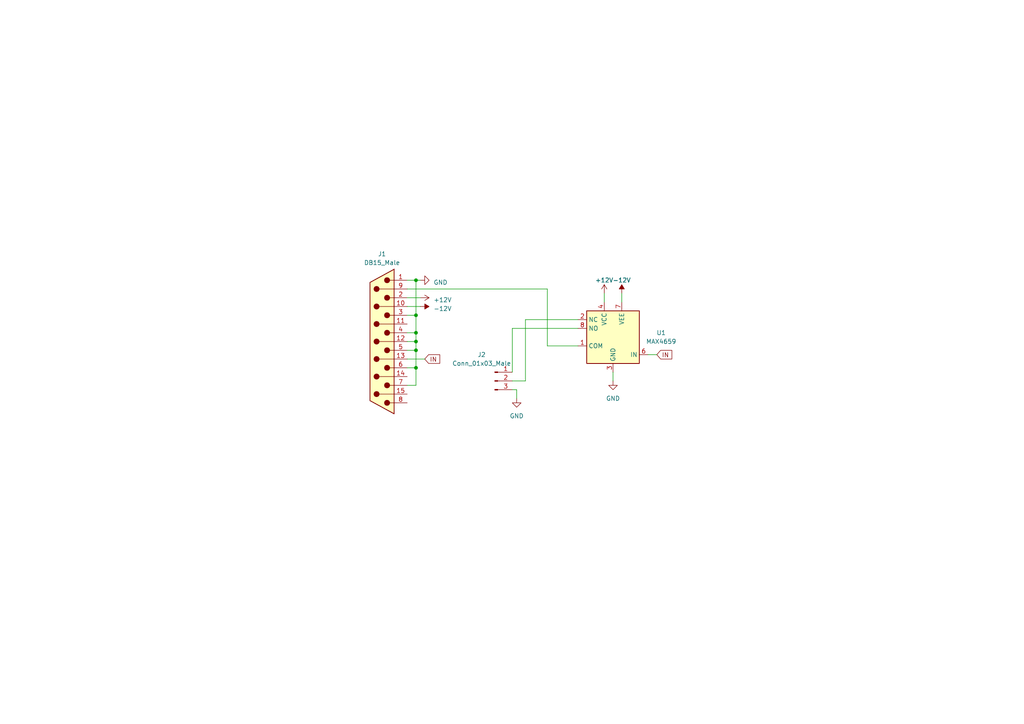
<source format=kicad_sch>
(kicad_sch (version 20230121) (generator eeschema)
  (paper "A4")
  (lib_symbols
    (symbol "Connector:Conn_01x03_Male" (pin_names (offset 1.016) hide)
      (property "Reference" "J" (at 0 5.08 0))
      (property "Value" "Conn_01x03_Male" (at 0 -5.08 0))
      (symbol "Conn_01x03_Male_1_1"
        (polyline (pts (xy 1.27 -2.54) (xy 0.8636 -2.54)) (stroke (width 0.1524)))
        (polyline (pts (xy 1.27 0) (xy 0.8636 0)) (stroke (width 0.1524)))
        (polyline (pts (xy 1.27 2.54) (xy 0.8636 2.54)) (stroke (width 0.1524)))
        (rectangle (start 0.8636 -2.413) (end 0 -2.667) (stroke (width 0.1524)) (fill (type outline)))
        (rectangle (start 0.8636 0.127) (end 0 -0.127) (stroke (width 0.1524)) (fill (type outline)))
        (rectangle (start 0.8636 2.667) (end 0 2.413) (stroke (width 0.1524)) (fill (type outline)))
        (pin passive line (at 5.08 2.54 180) (length 3.81) (name "Pin_1") (number "1"))
        (pin passive line (at 5.08 0 180) (length 3.81) (name "Pin_2") (number "2"))
        (pin passive line (at 5.08 -2.54 180) (length 3.81) (name "Pin_3") (number "3"))
      )
    )
    (symbol "Connector:DB15_Male" (pin_names (offset 1.016) hide)
      (property "Reference" "J" (at 0.508 21.59 0))
      (property "Value" "DB15_Male" (at 0 -22.225 0))
      (symbol "DB15_Male_0_1"
        (circle (center -1.778 -17.78) (radius 0.762) (fill (type outline)))
        (circle (center -1.778 -12.7) (radius 0.762) (fill (type outline)))
        (circle (center -1.778 -7.62) (radius 0.762) (fill (type outline)))
        (circle (center -1.778 -2.54) (radius 0.762) (fill (type outline)))
        (circle (center -1.778 2.54) (radius 0.762) (fill (type outline)))
        (circle (center -1.778 7.62) (radius 0.762) (fill (type outline)))
        (circle (center -1.778 12.7) (radius 0.762) (fill (type outline)))
        (circle (center -1.778 17.78) (radius 0.762) (fill (type outline)))
        (polyline (pts (xy -3.81 -17.78) (xy -2.54 -17.78)))
        (polyline (pts (xy -3.81 -15.24) (xy 0.508 -15.24)))
        (polyline (pts (xy -3.81 -12.7) (xy -2.54 -12.7)))
        (polyline (pts (xy -3.81 -10.16) (xy 0.508 -10.16)))
        (polyline (pts (xy -3.81 -7.62) (xy -2.54 -7.62)))
        (polyline (pts (xy -3.81 -5.08) (xy 0.508 -5.08)))
        (polyline (pts (xy -3.81 -2.54) (xy -2.54 -2.54)))
        (polyline (pts (xy -3.81 0) (xy 0.508 0)))
        (polyline (pts (xy -3.81 2.54) (xy -2.54 2.54)))
        (polyline (pts (xy -3.81 5.08) (xy 0.508 5.08)))
        (polyline (pts (xy -3.81 7.62) (xy -2.54 7.62)))
        (polyline (pts (xy -3.81 10.16) (xy 0.508 10.16)))
        (polyline (pts (xy -3.81 12.7) (xy -2.54 12.7)))
        (polyline (pts (xy -3.81 15.24) (xy 0.508 15.24)))
        (polyline (pts (xy -3.81 17.78) (xy -2.54 17.78)))
        (polyline (pts (xy -3.81 -20.955) (xy 3.175 -17.145) (xy 3.175 17.145) (xy -3.81 20.955) (xy -3.81 -20.955)) (stroke (width 0.254)) (fill (type background)))
        (circle (center 1.27 -15.24) (radius 0.762) (fill (type outline)))
        (circle (center 1.27 -10.16) (radius 0.762) (fill (type outline)))
        (circle (center 1.27 -5.08) (radius 0.762) (fill (type outline)))
        (circle (center 1.27 0) (radius 0.762) (fill (type outline)))
        (circle (center 1.27 5.08) (radius 0.762) (fill (type outline)))
        (circle (center 1.27 10.16) (radius 0.762) (fill (type outline)))
        (circle (center 1.27 15.24) (radius 0.762) (fill (type outline)))
      )
      (symbol "DB15_Male_1_1"
        (pin passive line (at -7.62 -17.78 0) (length 3.81) (name "1") (number "1"))
        (pin passive line (at -7.62 -10.16 0) (length 3.81) (name "P10") (number "10"))
        (pin passive line (at -7.62 -5.08 0) (length 3.81) (name "P111") (number "11"))
        (pin passive line (at -7.62 0 0) (length 3.81) (name "P12") (number "12"))
        (pin passive line (at -7.62 5.08 0) (length 3.81) (name "P13") (number "13"))
        (pin passive line (at -7.62 10.16 0) (length 3.81) (name "P14") (number "14"))
        (pin passive line (at -7.62 15.24 0) (length 3.81) (name "P15") (number "15"))
        (pin passive line (at -7.62 -12.7 0) (length 3.81) (name "2") (number "2"))
        (pin passive line (at -7.62 -7.62 0) (length 3.81) (name "3") (number "3"))
        (pin passive line (at -7.62 -2.54 0) (length 3.81) (name "4") (number "4"))
        (pin passive line (at -7.62 2.54 0) (length 3.81) (name "5") (number "5"))
        (pin passive line (at -7.62 7.62 0) (length 3.81) (name "6") (number "6"))
        (pin passive line (at -7.62 12.7 0) (length 3.81) (name "7") (number "7"))
        (pin passive line (at -7.62 17.78 0) (length 3.81) (name "8") (number "8"))
        (pin passive line (at -7.62 -15.24 0) (length 3.81) (name "P9") (number "9"))
      )
    )
    (symbol "max4659:MAX4659"
      (property "Reference" "U" (at -7.62 8.89 0))
      (property "Value" "MAX4659" (at 8.89 8.89 0))
      (symbol "MAX4659_0_1"
        (rectangle (start -7.62 7.62) (end 7.62 -7.62) (stroke (width 0.254)) (fill (type background)))
      )
      (symbol "MAX4659_1_1"
        (pin bidirectional line (at -10.16 -2.54 0) (length 2.54) (name "COM") (number "1"))
        (pin bidirectional line (at -10.16 5.08 0) (length 2.54) (name "NC") (number "2"))
        (pin power_in line (at 0 -10.16 90) (length 2.54) (name "GND") (number "3"))
        (pin power_in line (at -2.54 10.16 270) (length 2.54) (name "VCC") (number "4"))
        (pin input line (at 10.16 -5.08 180) (length 2.54) (name "IN") (number "6"))
        (pin power_in line (at 2.54 10.16 270) (length 2.54) (name "VEE") (number "7"))
        (pin bidirectional line (at -10.16 2.54 0) (length 2.54) (name "NO") (number "8"))
      )
    )
    (symbol "power:+12V" (power) (pin_names (offset 0))
      (property "Value" "+12V" (at 0 3.556 0))
      (symbol "+12V_0_1"
        (polyline (pts (xy -0.762 1.27) (xy 0 2.54)))
        (polyline (pts (xy 0 0) (xy 0 2.54)))
        (polyline (pts (xy 0 2.54) (xy 0.762 1.27)))
      )
      (symbol "+12V_1_1"
        (pin power_in line (at 0 0 90) (length 0) hide (name "+12V") (number "1"))
      )
    )
    (symbol "power:-12V" (power) (pin_names (offset 0))
      (property "Value" "-12V" (at 0 3.81 0))
      (symbol "-12V_0_0"
        (pin power_in line (at 0 0 90) (length 0) hide (name "-12V") (number "1"))
      )
      (symbol "-12V_0_1"
        (polyline (pts (xy 0 0) (xy 0 1.27) (xy 0.762 1.27) (xy 0 2.54) (xy -0.762 1.27) (xy 0 1.27)) (fill (type outline)))
      )
    )
    (symbol "power:GND" (power) (pin_names (offset 0))
      (property "Value" "GND" (at 0 -3.81 0))
      (symbol "GND_0_1"
        (polyline (pts (xy 0 0) (xy 0 -1.27) (xy 1.27 -1.27) (xy 0 -2.54) (xy -1.27 -1.27) (xy 0 -1.27)))
      )
      (symbol "GND_1_1"
        (pin power_in line (at 0 0 270) (length 0) hide (name "GND") (number "1"))
      )
    )
  )
  (junction (at 120.65 81.28))
  (junction (at 120.65 101.6))
  (junction (at 120.65 91.44))
  (junction (at 120.65 99.06))
  (junction (at 120.65 96.52))
  (junction (at 120.65 106.68))
  (wire (pts (xy 187.96 102.87) (xy 190.5 102.87)))
  (wire (pts (xy 158.75 83.82) (xy 158.75 100.33)))
  (wire (pts (xy 149.86 113.03) (xy 149.86 115.57)))
  (wire (pts (xy 120.65 81.28) (xy 120.65 91.44)))
  (wire (pts (xy 120.65 96.52) (xy 120.65 91.44)))
  (wire (pts (xy 148.59 113.03) (xy 149.86 113.03)))
  (wire (pts (xy 120.65 99.06) (xy 120.65 96.52)))
  (wire (pts (xy 118.11 101.6) (xy 120.65 101.6)))
  (wire (pts (xy 175.26 85.09) (xy 175.26 87.63)))
  (wire (pts (xy 180.34 85.09) (xy 180.34 87.63)))
  (wire (pts (xy 118.11 91.44) (xy 120.65 91.44)))
  (wire (pts (xy 177.8 107.95) (xy 177.8 110.49)))
  (wire (pts (xy 120.65 106.68) (xy 120.65 101.6)))
  (wire (pts (xy 118.11 83.82) (xy 158.75 83.82)))
  (wire (pts (xy 118.11 96.52) (xy 120.65 96.52)))
  (wire (pts (xy 158.75 100.33) (xy 167.64 100.33)))
  (wire (pts (xy 120.65 101.6) (xy 120.65 99.06)))
  (wire (pts (xy 118.11 111.76) (xy 120.65 111.76)))
  (wire (pts (xy 118.11 104.14) (xy 123.19 104.14)))
  (wire (pts (xy 118.11 86.36) (xy 121.92 86.36)))
  (wire (pts (xy 118.11 106.68) (xy 120.65 106.68)))
  (wire (pts (xy 148.59 95.25) (xy 167.64 95.25)))
  (wire (pts (xy 120.65 111.76) (xy 120.65 106.68)))
  (wire (pts (xy 118.11 88.9) (xy 121.92 88.9)))
  (wire (pts (xy 118.11 99.06) (xy 120.65 99.06)))
  (wire (pts (xy 152.4 92.71) (xy 167.64 92.71)))
  (wire (pts (xy 148.59 107.95) (xy 148.59 95.25)))
  (wire (pts (xy 120.65 81.28) (xy 121.92 81.28)))
  (wire (pts (xy 148.59 110.49) (xy 152.4 110.49)))
  (wire (pts (xy 118.11 81.28) (xy 120.65 81.28)))
  (wire (pts (xy 152.4 92.71) (xy 152.4 110.49)))
  (global_label "IN" (shape input) (at 190.5 102.87 0) (property "Intersheetrefs" "${INTERSHEET_REFS}" (effects hide)))
  (global_label "IN" (shape input) (at 123.19 104.14 0) (property "Intersheetrefs" "${INTERSHEET_REFS}" (effects hide)))
  (symbol (lib_id "power:+12V") (at 121.92 86.36 270) (unit 1)
    (property "Reference" "#PWR03" (effects hide))
    (property "Value" "+12V" (at 125.73 86.995 90) (effects (justify left)))
  )
  (symbol (lib_id "power:GND") (at 149.86 115.57 0) (unit 1)
    (property "Reference" "#PWR07" (effects hide))
    (property "Value" "GND" (at 149.86 120.65 0))
  )
  (symbol (lib_id "Connector:Conn_01x03_Male") (at 143.51 110.49 0) (unit 1)
    (property "Reference" "J2" (at 139.7 102.87 0))
    (property "Value" "Conn_01x03_Male" (at 139.7 105.41 0))
    (property "Footprint" "Connector_PinHeader_2.54mm:PinHeader_1x03_P2.54mm_Vertical" (effects hide))
  )
  (symbol (lib_id "power:-12V") (at 180.34 85.09 0) (unit 1)
    (property "Reference" "#PWR05" (effects hide))
    (property "Value" "-12V" (at 180.34 81.28 0))
  )
  (symbol (lib_id "power:+12V") (at 175.26 85.09 0) (unit 1)
    (property "Reference" "#PWR06" (effects hide))
    (property "Value" "+12V" (at 175.26 81.28 0))
  )
  (symbol (lib_id "power:GND") (at 177.8 110.49 0) (unit 1)
    (property "Reference" "#PWR02" (effects hide))
    (property "Value" "GND" (at 177.8 115.57 0))
  )
  (symbol (lib_id "power:-12V") (at 121.92 88.9 270) (unit 1)
    (property "Reference" "#PWR04" (effects hide))
    (property "Value" "-12V" (at 125.73 89.535 90) (effects (justify left)))
  )
  (symbol (lib_id "max4659:MAX4659") (at 177.8 97.79 0) (unit 1)
    (property "Reference" "U1" (at 191.77 96.52 0))
    (property "Value" "MAX4659" (at 191.77 99.06 0))
    (property "Footprint" "Package_SO:MSOP-8_3x3mm_P0.65mm" (effects hide))
    (property "Datasheet" "https://www.analog.com/en/products/max4659.html" (effects hide))
  )
  (symbol (lib_id "power:GND") (at 121.92 81.28 90) (unit 1)
    (property "Reference" "#PWR01" (effects hide))
    (property "Value" "GND" (at 125.73 81.915 90) (effects (justify right)))
  )
  (symbol (lib_id "Connector:DB15_Male") (at 110.49 99.06 180) (unit 1)
    (property "Reference" "J1" (at 110.8075 73.66 0))
    (property "Value" "DB15_Male" (at 110.8075 76.2 0))
    (property "Footprint" "Connector_Dsub:DSUB-15_Male_Horizontal_P2.77x2.84mm_EdgePinOffset9.90mm_Housed_MountingHolesOffset11.32mm" (effects hide))
    (property "Datasheet" " ~" (effects hide))
  )
)
</source>
